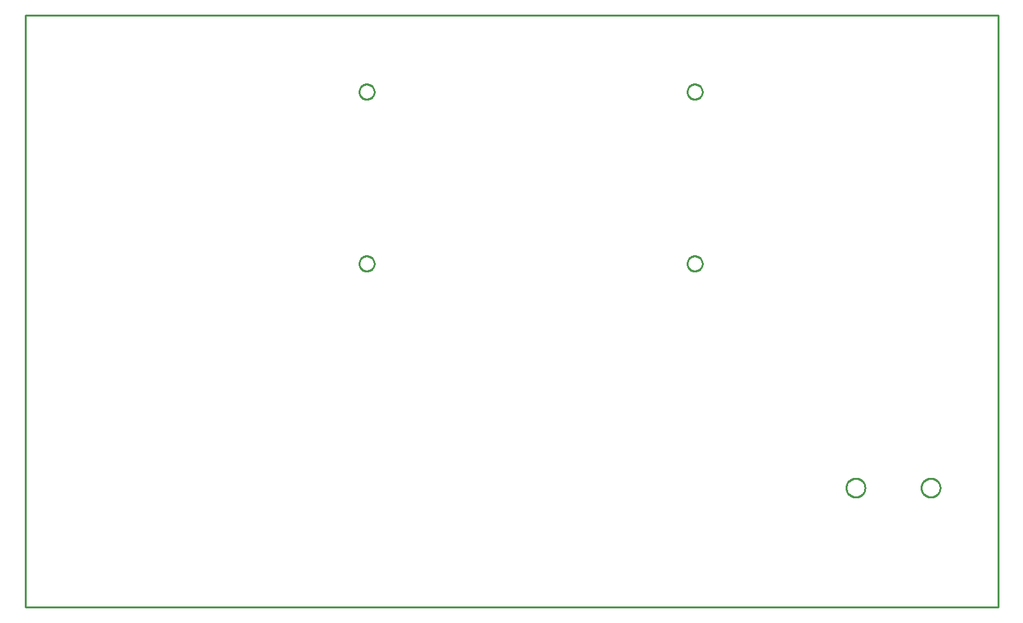
<source format=gbr>
G04 EAGLE Gerber RS-274X export*
G75*
%MOMM*%
%FSLAX34Y34*%
%LPD*%
%IN*%
%IPPOS*%
%AMOC8*
5,1,8,0,0,1.08239X$1,22.5*%
G01*
%ADD10C,0.254000*%


D10*
X50800Y25400D02*
X1346200Y25400D01*
X1346200Y812800D01*
X50800Y812800D01*
X50800Y25400D01*
X515460Y710763D02*
X515384Y709894D01*
X515232Y709034D01*
X515006Y708190D01*
X514708Y707370D01*
X514339Y706578D01*
X513902Y705822D01*
X513401Y705107D01*
X512840Y704438D01*
X512222Y703820D01*
X511553Y703259D01*
X510838Y702758D01*
X510082Y702321D01*
X509290Y701952D01*
X508470Y701654D01*
X507626Y701428D01*
X506767Y701276D01*
X505897Y701200D01*
X505023Y701200D01*
X504154Y701276D01*
X503294Y701428D01*
X502450Y701654D01*
X501630Y701952D01*
X500838Y702321D01*
X500082Y702758D01*
X499367Y703259D01*
X498698Y703820D01*
X498080Y704438D01*
X497519Y705107D01*
X497018Y705822D01*
X496581Y706578D01*
X496212Y707370D01*
X495914Y708190D01*
X495688Y709034D01*
X495536Y709894D01*
X495460Y710763D01*
X495460Y711637D01*
X495536Y712507D01*
X495688Y713366D01*
X495914Y714210D01*
X496212Y715030D01*
X496581Y715822D01*
X497018Y716578D01*
X497519Y717293D01*
X498080Y717962D01*
X498698Y718580D01*
X499367Y719141D01*
X500082Y719642D01*
X500838Y720079D01*
X501630Y720448D01*
X502450Y720746D01*
X503294Y720972D01*
X504154Y721124D01*
X505023Y721200D01*
X505897Y721200D01*
X506767Y721124D01*
X507626Y720972D01*
X508470Y720746D01*
X509290Y720448D01*
X510082Y720079D01*
X510838Y719642D01*
X511553Y719141D01*
X512222Y718580D01*
X512840Y717962D01*
X513401Y717293D01*
X513902Y716578D01*
X514339Y715822D01*
X514708Y715030D01*
X515006Y714210D01*
X515232Y713366D01*
X515384Y712507D01*
X515460Y711637D01*
X515460Y710763D01*
X515460Y482163D02*
X515384Y481294D01*
X515232Y480434D01*
X515006Y479590D01*
X514708Y478770D01*
X514339Y477978D01*
X513902Y477222D01*
X513401Y476507D01*
X512840Y475838D01*
X512222Y475220D01*
X511553Y474659D01*
X510838Y474158D01*
X510082Y473721D01*
X509290Y473352D01*
X508470Y473054D01*
X507626Y472828D01*
X506767Y472676D01*
X505897Y472600D01*
X505023Y472600D01*
X504154Y472676D01*
X503294Y472828D01*
X502450Y473054D01*
X501630Y473352D01*
X500838Y473721D01*
X500082Y474158D01*
X499367Y474659D01*
X498698Y475220D01*
X498080Y475838D01*
X497519Y476507D01*
X497018Y477222D01*
X496581Y477978D01*
X496212Y478770D01*
X495914Y479590D01*
X495688Y480434D01*
X495536Y481294D01*
X495460Y482163D01*
X495460Y483037D01*
X495536Y483907D01*
X495688Y484766D01*
X495914Y485610D01*
X496212Y486430D01*
X496581Y487222D01*
X497018Y487978D01*
X497519Y488693D01*
X498080Y489362D01*
X498698Y489980D01*
X499367Y490541D01*
X500082Y491042D01*
X500838Y491479D01*
X501630Y491848D01*
X502450Y492146D01*
X503294Y492372D01*
X504154Y492524D01*
X505023Y492600D01*
X505897Y492600D01*
X506767Y492524D01*
X507626Y492372D01*
X508470Y492146D01*
X509290Y491848D01*
X510082Y491479D01*
X510838Y491042D01*
X511553Y490541D01*
X512222Y489980D01*
X512840Y489362D01*
X513401Y488693D01*
X513902Y487978D01*
X514339Y487222D01*
X514708Y486430D01*
X515006Y485610D01*
X515232Y484766D01*
X515384Y483907D01*
X515460Y483037D01*
X515460Y482163D01*
X952340Y710763D02*
X952264Y709894D01*
X952112Y709034D01*
X951886Y708190D01*
X951588Y707370D01*
X951219Y706578D01*
X950782Y705822D01*
X950281Y705107D01*
X949720Y704438D01*
X949102Y703820D01*
X948433Y703259D01*
X947718Y702758D01*
X946962Y702321D01*
X946170Y701952D01*
X945350Y701654D01*
X944506Y701428D01*
X943647Y701276D01*
X942777Y701200D01*
X941903Y701200D01*
X941034Y701276D01*
X940174Y701428D01*
X939330Y701654D01*
X938510Y701952D01*
X937718Y702321D01*
X936962Y702758D01*
X936247Y703259D01*
X935578Y703820D01*
X934960Y704438D01*
X934399Y705107D01*
X933898Y705822D01*
X933461Y706578D01*
X933092Y707370D01*
X932794Y708190D01*
X932568Y709034D01*
X932416Y709894D01*
X932340Y710763D01*
X932340Y711637D01*
X932416Y712507D01*
X932568Y713366D01*
X932794Y714210D01*
X933092Y715030D01*
X933461Y715822D01*
X933898Y716578D01*
X934399Y717293D01*
X934960Y717962D01*
X935578Y718580D01*
X936247Y719141D01*
X936962Y719642D01*
X937718Y720079D01*
X938510Y720448D01*
X939330Y720746D01*
X940174Y720972D01*
X941034Y721124D01*
X941903Y721200D01*
X942777Y721200D01*
X943647Y721124D01*
X944506Y720972D01*
X945350Y720746D01*
X946170Y720448D01*
X946962Y720079D01*
X947718Y719642D01*
X948433Y719141D01*
X949102Y718580D01*
X949720Y717962D01*
X950281Y717293D01*
X950782Y716578D01*
X951219Y715822D01*
X951588Y715030D01*
X951886Y714210D01*
X952112Y713366D01*
X952264Y712507D01*
X952340Y711637D01*
X952340Y710763D01*
X952340Y482163D02*
X952264Y481294D01*
X952112Y480434D01*
X951886Y479590D01*
X951588Y478770D01*
X951219Y477978D01*
X950782Y477222D01*
X950281Y476507D01*
X949720Y475838D01*
X949102Y475220D01*
X948433Y474659D01*
X947718Y474158D01*
X946962Y473721D01*
X946170Y473352D01*
X945350Y473054D01*
X944506Y472828D01*
X943647Y472676D01*
X942777Y472600D01*
X941903Y472600D01*
X941034Y472676D01*
X940174Y472828D01*
X939330Y473054D01*
X938510Y473352D01*
X937718Y473721D01*
X936962Y474158D01*
X936247Y474659D01*
X935578Y475220D01*
X934960Y475838D01*
X934399Y476507D01*
X933898Y477222D01*
X933461Y477978D01*
X933092Y478770D01*
X932794Y479590D01*
X932568Y480434D01*
X932416Y481294D01*
X932340Y482163D01*
X932340Y483037D01*
X932416Y483907D01*
X932568Y484766D01*
X932794Y485610D01*
X933092Y486430D01*
X933461Y487222D01*
X933898Y487978D01*
X934399Y488693D01*
X934960Y489362D01*
X935578Y489980D01*
X936247Y490541D01*
X936962Y491042D01*
X937718Y491479D01*
X938510Y491848D01*
X939330Y492146D01*
X940174Y492372D01*
X941034Y492524D01*
X941903Y492600D01*
X942777Y492600D01*
X943647Y492524D01*
X944506Y492372D01*
X945350Y492146D01*
X946170Y491848D01*
X946962Y491479D01*
X947718Y491042D01*
X948433Y490541D01*
X949102Y489980D01*
X949720Y489362D01*
X950281Y488693D01*
X950782Y487978D01*
X951219Y487222D01*
X951588Y486430D01*
X951886Y485610D01*
X952112Y484766D01*
X952264Y483907D01*
X952340Y483037D01*
X952340Y482163D01*
X1169000Y183809D02*
X1168923Y182830D01*
X1168769Y181860D01*
X1168540Y180904D01*
X1168236Y179970D01*
X1167861Y179063D01*
X1167415Y178188D01*
X1166901Y177350D01*
X1166324Y176555D01*
X1165686Y175808D01*
X1164992Y175114D01*
X1164245Y174476D01*
X1163450Y173899D01*
X1162612Y173385D01*
X1161737Y172939D01*
X1160830Y172564D01*
X1159896Y172260D01*
X1158941Y172031D01*
X1157970Y171877D01*
X1156991Y171800D01*
X1156009Y171800D01*
X1155030Y171877D01*
X1154060Y172031D01*
X1153104Y172260D01*
X1152170Y172564D01*
X1151263Y172939D01*
X1150388Y173385D01*
X1149550Y173899D01*
X1148755Y174476D01*
X1148008Y175114D01*
X1147314Y175808D01*
X1146676Y176555D01*
X1146099Y177350D01*
X1145585Y178188D01*
X1145139Y179063D01*
X1144764Y179970D01*
X1144460Y180904D01*
X1144231Y181860D01*
X1144077Y182830D01*
X1144000Y183809D01*
X1144000Y184791D01*
X1144077Y185770D01*
X1144231Y186741D01*
X1144460Y187696D01*
X1144764Y188630D01*
X1145139Y189537D01*
X1145585Y190412D01*
X1146099Y191250D01*
X1146676Y192045D01*
X1147314Y192792D01*
X1148008Y193486D01*
X1148755Y194124D01*
X1149550Y194701D01*
X1150388Y195215D01*
X1151263Y195661D01*
X1152170Y196036D01*
X1153104Y196340D01*
X1154060Y196569D01*
X1155030Y196723D01*
X1156009Y196800D01*
X1156991Y196800D01*
X1157970Y196723D01*
X1158941Y196569D01*
X1159896Y196340D01*
X1160830Y196036D01*
X1161737Y195661D01*
X1162612Y195215D01*
X1163450Y194701D01*
X1164245Y194124D01*
X1164992Y193486D01*
X1165686Y192792D01*
X1166324Y192045D01*
X1166901Y191250D01*
X1167415Y190412D01*
X1167861Y189537D01*
X1168236Y188630D01*
X1168540Y187696D01*
X1168769Y186741D01*
X1168923Y185770D01*
X1169000Y184791D01*
X1169000Y183809D01*
X1269000Y183809D02*
X1268923Y182830D01*
X1268769Y181860D01*
X1268540Y180904D01*
X1268236Y179970D01*
X1267861Y179063D01*
X1267415Y178188D01*
X1266901Y177350D01*
X1266324Y176555D01*
X1265686Y175808D01*
X1264992Y175114D01*
X1264245Y174476D01*
X1263450Y173899D01*
X1262612Y173385D01*
X1261737Y172939D01*
X1260830Y172564D01*
X1259896Y172260D01*
X1258941Y172031D01*
X1257970Y171877D01*
X1256991Y171800D01*
X1256009Y171800D01*
X1255030Y171877D01*
X1254060Y172031D01*
X1253104Y172260D01*
X1252170Y172564D01*
X1251263Y172939D01*
X1250388Y173385D01*
X1249550Y173899D01*
X1248755Y174476D01*
X1248008Y175114D01*
X1247314Y175808D01*
X1246676Y176555D01*
X1246099Y177350D01*
X1245585Y178188D01*
X1245139Y179063D01*
X1244764Y179970D01*
X1244460Y180904D01*
X1244231Y181860D01*
X1244077Y182830D01*
X1244000Y183809D01*
X1244000Y184791D01*
X1244077Y185770D01*
X1244231Y186741D01*
X1244460Y187696D01*
X1244764Y188630D01*
X1245139Y189537D01*
X1245585Y190412D01*
X1246099Y191250D01*
X1246676Y192045D01*
X1247314Y192792D01*
X1248008Y193486D01*
X1248755Y194124D01*
X1249550Y194701D01*
X1250388Y195215D01*
X1251263Y195661D01*
X1252170Y196036D01*
X1253104Y196340D01*
X1254060Y196569D01*
X1255030Y196723D01*
X1256009Y196800D01*
X1256991Y196800D01*
X1257970Y196723D01*
X1258941Y196569D01*
X1259896Y196340D01*
X1260830Y196036D01*
X1261737Y195661D01*
X1262612Y195215D01*
X1263450Y194701D01*
X1264245Y194124D01*
X1264992Y193486D01*
X1265686Y192792D01*
X1266324Y192045D01*
X1266901Y191250D01*
X1267415Y190412D01*
X1267861Y189537D01*
X1268236Y188630D01*
X1268540Y187696D01*
X1268769Y186741D01*
X1268923Y185770D01*
X1269000Y184791D01*
X1269000Y183809D01*
M02*

</source>
